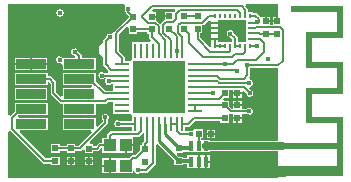
<source format=gtl>
G04 ================== begin FILE IDENTIFICATION RECORD ==================*
G04 Layout Name:  ETDS_PCB_AN_V1_2.brd*
G04 Film Name:    TOP*
G04 File Format:  Gerber RS274X*
G04 File Origin:  Cadence Allegro 16.6-S034*
G04 Origin Date:  Mon Mar 16 22:09:46 2015*
G04 *
G04 Layer:  VIA CLASS/TOP*
G04 Layer:  PIN/TOP*
G04 Layer:  ETCH/TOP*
G04 *
G04 Offset:    (0.00 0.00)*
G04 Mirror:    No*
G04 Mode:      Positive*
G04 Rotation:  0*
G04 FullContactRelief:  No*
G04 UndefLineWidth:     5.00*
G04 ================== end FILE IDENTIFICATION RECORD ====================*
%FSLAX25Y25*MOIN*%
%IR0*IPPOS*OFA0.00000B0.00000*MIA0B0*SFA1.00000B1.00000*%
%ADD11R,.1X.032*%
%ADD10C,.016*%
%ADD22R,.02X.02*%
%ADD16R,.01X.05*%
%ADD14R,.05X.01*%
%ADD13R,.04X.04*%
%ADD17R,.016X.032*%
%ADD21R,.035X.035*%
%ADD12R,.019X.019*%
%ADD18R,.019X.019*%
%ADD19R,.01102X.01575*%
%ADD20R,.01575X.01102*%
%ADD15R,.17323X.17323*%
%ADD23C,.01*%
%ADD24C,.012*%
%ADD25C,.025*%
%ADD26C,.035*%
%ADD27C,.005*%
%ADD28C,.008*%
%ADD29R,.11004X.04204*%
%ADD31C,.02604*%
%ADD30R,.02904X.02904*%
G75*
%LPD*%
G75*
G36*
G01X749851Y1654901D02*
Y1670235D01*
G02X750534Y1670518I400J0D01*
G01X761454Y1659598D01*
X764048D01*
Y1659048D01*
X766952D01*
Y1661952D01*
X764048D01*
Y1661402D01*
X762200D01*
X753586Y1670016D01*
G02X753869Y1670698I283J282D01*
G01X762902D01*
Y1674902D01*
X753342D01*
G02X753059Y1675584I0J400D01*
G01X753173Y1675698D01*
X762902D01*
Y1679902D01*
X751898D01*
Y1676973D01*
X750534Y1675609D01*
G02X749851Y1675892I-283J283D01*
G01Y1712699D01*
X788525D01*
G02X788827Y1712038I-1J-400D01*
G03X788912Y1710248I986J-850D01*
G01Y1709814D01*
X789948Y1708777D01*
Y1708423D01*
X784898Y1703373D01*
Y1703303D01*
G02X784311Y1702950I-400J0D01*
G03X782399Y1701849I-611J-1150D01*
G01X782396Y1701771D01*
X781384Y1700758D01*
Y1700108D01*
X780202Y1698927D01*
Y1696429D01*
X781384Y1695248D01*
Y1692398D01*
X783260Y1690521D01*
G02X782977Y1689838I-283J-283D01*
G01X781939D01*
G03X781885Y1687982I-939J-901D01*
G01X781943Y1688036D01*
X782242D01*
Y1687772D01*
X782205Y1687720D01*
G03X784207Y1686066I1063J-752D01*
G01X784848D01*
Y1683934D01*
X781941D01*
X778902Y1686973D01*
Y1689902D01*
X767898D01*
Y1685698D01*
X777627D01*
X777741Y1685584D01*
G02X777458Y1684902I-283J-282D01*
G01X767898D01*
Y1682142D01*
G02X767216Y1681859I-400J0D01*
G01X765702Y1683373D01*
Y1686973D01*
X763973Y1688702D01*
X762902D01*
Y1689902D01*
X751898D01*
Y1685698D01*
X762902D01*
Y1686898D01*
X763227D01*
X763898Y1686227D01*
Y1682627D01*
X767127Y1679398D01*
X767898D01*
Y1675698D01*
X778902D01*
Y1679398D01*
X782374D01*
X783137Y1680162D01*
X784848D01*
Y1676124D01*
X790837D01*
Y1675837D01*
X791124D01*
Y1673752D01*
X787189D01*
G03Y1671948I-939J-902D01*
G01X791124D01*
Y1670352D01*
X783877D01*
X782798Y1669273D01*
Y1668202D01*
X781198D01*
Y1666602D01*
X780127D01*
X779027Y1665502D01*
X778152D01*
Y1666052D01*
X777219D01*
G02X776936Y1666734I0J400D01*
G01X783102Y1672900D01*
Y1674034D01*
G03X781245Y1674088I-902J939D01*
G01X781298Y1674030D01*
Y1673646D01*
X779584Y1671932D01*
G02X778902Y1672215I-282J283D01*
G01Y1674902D01*
X767898D01*
Y1670698D01*
X777385D01*
G02X777668Y1670016I0J-400D01*
G01X773254Y1665602D01*
X772152D01*
Y1666152D01*
X769248D01*
Y1665602D01*
X766952D01*
Y1666152D01*
X764048D01*
Y1663248D01*
X766952D01*
Y1663798D01*
X769248D01*
Y1663248D01*
X772152D01*
Y1663798D01*
X774000D01*
X774566Y1664364D01*
G02X775248Y1664081I282J-283D01*
G01Y1663148D01*
X778152D01*
Y1663698D01*
X779773D01*
X780873Y1664798D01*
X781198D01*
Y1663198D01*
X791402D01*
Y1668548D01*
X793372D01*
X794672Y1669848D01*
X795162D01*
Y1667286D01*
X794398Y1666523D01*
Y1665752D01*
X793848D01*
Y1664123D01*
X792164Y1662438D01*
X791164D01*
X790127Y1661402D01*
X781198D01*
Y1656398D01*
X791402D01*
Y1657051D01*
X791738D01*
X791788Y1656924D01*
G03X793939Y1656498I1212J476D01*
G01X796146D01*
X798934Y1659286D01*
Y1665785D01*
G02X799616Y1666067I400J-1D01*
G01X805148Y1660535D01*
Y1659048D01*
X808052D01*
Y1659398D01*
X809348D01*
Y1658148D01*
X817152D01*
Y1662352D01*
X809348D01*
Y1661602D01*
X808052D01*
Y1661952D01*
X806565D01*
X805951Y1662566D01*
G02X806233Y1663248I283J282D01*
G01X808052D01*
Y1663598D01*
X809348D01*
Y1663348D01*
X817152D01*
Y1663698D01*
X837575D01*
X837625Y1663648D01*
X839600D01*
Y1659402D01*
X839598D01*
Y1654901D01*
X749851D01*
G37*
G36*
G01X788752Y1693876D02*
Y1695122D01*
X786702Y1697172D01*
Y1702627D01*
X789266Y1705191D01*
G02X789948Y1704908I282J-283D01*
G01Y1702948D01*
X792852D01*
Y1703498D01*
X796148D01*
Y1702948D01*
X796698D01*
Y1701482D01*
X797345Y1700835D01*
G02X797062Y1700152I-283J-283D01*
G01X791124D01*
Y1694163D01*
X790837D01*
Y1693876D01*
X788752D01*
G37*
G36*
G01X800513Y1706061D02*
X799172Y1707402D01*
X799052D01*
Y1710052D01*
X798119D01*
G02X797836Y1710734I0J400D01*
G01X798200Y1711098D01*
X805319D01*
G02X805602Y1710416I0J-400D01*
G01X805193Y1710007D01*
G02X804852Y1710148I-141J141D01*
G01Y1710152D01*
X801948D01*
Y1707496D01*
X800513Y1706061D01*
G37*
G36*
G01X839075Y1667152D02*
X839025Y1667202D01*
X817152D01*
Y1667552D01*
X814002D01*
Y1668098D01*
X814702D01*
Y1671002D01*
X811798D01*
Y1670952D01*
G02X811234Y1670587I-400J0D01*
G03X809761Y1670302I-534J-1187D01*
G01X808876D01*
Y1671948D01*
X810147D01*
X811951Y1673752D01*
X819777D01*
X819824Y1673798D01*
X820548D01*
Y1673248D01*
X823452D01*
Y1676098D01*
X824748D01*
Y1673248D01*
X827652D01*
Y1676098D01*
X829261D01*
G03Y1677902I939J902D01*
G01X827652D01*
Y1680452D01*
X824748D01*
Y1677902D01*
X824373D01*
X823451Y1678823D01*
Y1680452D01*
X821692D01*
G02X821409Y1681134I0J400D01*
G01X821823Y1681548D01*
X823452D01*
Y1684098D01*
X824748D01*
Y1681548D01*
X827652D01*
Y1683408D01*
G02X828334Y1683691I400J0D01*
G01X828996Y1683029D01*
X828999Y1682951D01*
G03X830349Y1684301I1301J49D01*
G01X830271Y1684304D01*
X830131Y1684444D01*
G02X830340Y1685120I283J283D01*
G03Y1687680I-240J1280D01*
G02X830131Y1688356I74J393D01*
G01X830402Y1688626D01*
Y1691361D01*
G03X830439Y1691398I-902J939D01*
G01X839600D01*
Y1667152D01*
X839075D01*
G37*
G36*
G01X817522Y1698719D02*
G02X816839Y1698436I-400J0D01*
G01X813802Y1701473D01*
Y1703048D01*
X814352D01*
Y1705698D01*
X814918D01*
X816603Y1707383D01*
G02X817286Y1707100I283J-283D01*
G01Y1700208D01*
X817522D01*
Y1698719D01*
G37*
G36*
G01X837052Y1705902D02*
Y1708552D01*
X834148D01*
Y1708530D01*
X833902Y1708428D01*
X832549Y1709780D01*
X831478D01*
Y1710168D01*
X829634D01*
Y1711239D01*
X828857Y1712016D01*
G02X829140Y1712699I283J283D01*
G01X839600D01*
Y1708552D01*
X837948D01*
Y1705902D01*
X837052D01*
G37*
G36*
G01X819864Y1700010D02*
Y1707590D01*
X829136D01*
Y1700010D01*
X826248D01*
Y1701727D01*
X825104Y1702871D01*
X825101Y1702949D01*
G03X823751Y1701599I-1301J-49D01*
G01X823829Y1701596D01*
X824444Y1700981D01*
Y1700010D01*
X819864D01*
G37*
G36*
G01X843900Y1712100D02*
Y1710100D01*
X859400D01*
Y1703400D01*
X849000D01*
Y1691600D01*
X859400D01*
Y1684900D01*
X849000D01*
Y1673100D01*
X859400D01*
Y1666400D01*
X840100D01*
Y1664400D01*
X859400D01*
Y1658900D01*
X840100D01*
Y1655400D01*
X861400D01*
Y1675100D01*
X851000D01*
Y1682900D01*
X861400D01*
Y1693600D01*
X851000D01*
Y1701500D01*
X861400D01*
Y1712100D01*
X843900D01*
G37*
%LPC*%
G75*
G36*
G01X772182Y1695243D02*
X771929Y1695496D01*
X771851Y1695499D01*
G02X773201Y1696849I49J1301D01*
G01X773204Y1696771D01*
X774302Y1695673D01*
Y1694902D01*
X778902D01*
Y1690698D01*
X767898D01*
Y1692560D01*
G03X767366Y1692938I-400J1D01*
G02X768008Y1694902I-432J1228D01*
G01X772041D01*
G03X772182Y1695243I0J200D01*
G37*
G54D29*
X757400Y1682800D03*
Y1692800D03*
G54D31*
X767027Y1709627D03*
G54D30*
X770700Y1660500D03*
X776700Y1660400D03*
X817450Y1669550D03*
%LPD*%
G75*
G54D10*
X751900Y1664600D03*
X753000Y1701000D03*
Y1705400D03*
Y1709600D03*
X757400Y1672800D03*
X766934Y1694166D03*
X757400Y1692800D03*
X767027Y1709627D03*
X764468Y1700932D03*
X786250Y1672850D03*
X782200Y1674973D03*
X771900Y1696800D03*
X781000Y1688937D03*
X783268Y1686968D03*
X787100Y1709600D03*
X783700Y1701800D03*
X793000Y1657400D03*
X795300Y1660100D03*
X800000Y1685000D03*
X789813Y1711187D03*
X797600Y1708600D03*
X788100Y1699400D03*
X809000Y1657000D03*
X816800D03*
X810700Y1669400D03*
X818068Y1683032D03*
X805906Y1697150D03*
X808400Y1708700D03*
X829200Y1657400D03*
X830200Y1677000D03*
X829600Y1671600D03*
X830300Y1683000D03*
X832679Y1698721D03*
X826200Y1690300D03*
X822174Y1692874D03*
X830100Y1686400D03*
X829500Y1692300D03*
X823800Y1702900D03*
X824100Y1705800D03*
X832710Y1706848D03*
X836300Y1694300D03*
X839400Y1702900D03*
X835600D03*
Y1707100D03*
G54D20*
X830425Y1701261D03*
Y1702954D03*
Y1704646D03*
Y1706339D03*
X818575D03*
Y1704646D03*
Y1702954D03*
Y1701261D03*
G54D11*
X757400Y1672800D03*
Y1677800D03*
Y1682800D03*
Y1687800D03*
Y1692800D03*
X773400Y1672800D03*
Y1677800D03*
Y1682800D03*
Y1687800D03*
Y1692800D03*
G54D12*
X765500Y1664700D03*
Y1660500D03*
X770700D03*
Y1664700D03*
X776700Y1660400D03*
Y1664600D03*
X795300Y1660100D03*
Y1664300D03*
X797600Y1704400D03*
Y1708600D03*
X791400D03*
Y1704400D03*
X806600Y1664700D03*
Y1660500D03*
X803400Y1708700D03*
Y1704500D03*
X812900D03*
Y1708700D03*
X808400D03*
Y1704500D03*
X839400Y1707100D03*
Y1702900D03*
X835600Y1707100D03*
Y1702900D03*
G54D21*
X841850Y1657150D03*
G54D13*
X783700Y1658900D03*
Y1665700D03*
X788900D03*
Y1658900D03*
G54D22*
X841100Y1665400D03*
G54D23*
G01X800000Y1672850D02*
Y1667100D01*
X806600Y1660500D01*
G01X801968Y1672850D02*
Y1669332D01*
X806600Y1664700D01*
G54D14*
X787850Y1677126D03*
Y1679094D03*
Y1681063D03*
Y1683032D03*
Y1685000D03*
Y1686968D03*
Y1688937D03*
Y1690906D03*
Y1692874D03*
X812150Y1681063D03*
Y1679094D03*
Y1677126D03*
Y1692874D03*
Y1690906D03*
Y1688937D03*
Y1686968D03*
Y1685000D03*
Y1683032D03*
G54D24*
G01X806600Y1660500D02*
X810400D01*
X810650Y1660250D01*
G01X806600Y1664700D02*
X809900D01*
X810650Y1665450D01*
G54D15*
X800000Y1685000D03*
G54D25*
G01X815850Y1665450D02*
X838300D01*
X838350Y1665400D01*
X841100D01*
G54D16*
X801968Y1672850D03*
X800000D03*
X798032D03*
X796063D03*
X794094D03*
X792126D03*
Y1697150D03*
X794094D03*
X796063D03*
X798032D03*
X800000D03*
X801968D03*
X807874Y1672850D03*
X805906D03*
X803937D03*
Y1697150D03*
X805906D03*
X807874D03*
G54D26*
G01X841850Y1657150D02*
X838650D01*
G54D17*
X815850Y1660250D03*
X813250D03*
X810650D03*
Y1665450D03*
X813250D03*
X815850D03*
G54D27*
G01X751698Y1692800D02*
X757400D01*
G01X769048Y1660500D02*
X770700D01*
G01X757400Y1690498D02*
Y1692800D01*
G01D02*
Y1695102D01*
G01Y1692800D02*
X763102D01*
G01X776700Y1658748D02*
Y1660400D01*
G01D02*
Y1662052D01*
G01X775048Y1660400D02*
X776700D01*
G01D02*
X778352D01*
G01X770700Y1658848D02*
Y1660500D01*
G01D02*
Y1662152D01*
G01Y1660500D02*
X772352D01*
G01X783700Y1656198D02*
Y1658900D01*
G01D02*
Y1661602D01*
G01X780998Y1658900D02*
X783700D01*
G01X788900Y1662998D02*
Y1665700D01*
G01D02*
X791602D01*
G01X803400Y1708700D02*
X799400D01*
G01X799300Y1708600D02*
X797600D01*
G01X799400Y1708700D02*
X799300Y1708600D01*
G01X815850Y1657948D02*
Y1660250D01*
G01D02*
Y1662552D01*
G01Y1660250D02*
X817352D01*
G01X813250Y1657948D02*
Y1660250D01*
G01D02*
Y1662552D01*
G01Y1669550D02*
Y1665450D01*
G01X817450Y1667898D02*
Y1669550D01*
G01D02*
Y1671202D01*
G01X815798Y1669550D02*
X817450D01*
G01D02*
X819102D01*
G01X808400Y1708700D02*
X812900D01*
G01X817085Y1701261D02*
X818575D01*
G01X817085Y1702954D02*
X818575D01*
G01X817085Y1704646D02*
X818575D01*
G01X817085Y1706339D02*
X818575D01*
G01X826200Y1681348D02*
Y1683000D01*
G01Y1673048D02*
Y1674700D01*
G01X824548D02*
X826200D01*
G01D02*
X827852D01*
G01X826200Y1679000D02*
Y1680652D01*
G01X824548Y1679000D02*
X826200D01*
G01D02*
X827852D01*
G01X824548Y1683000D02*
X826200D01*
G01D02*
X827852D01*
G01X818575Y1698721D02*
X820268D01*
G01D02*
X821961D01*
G01X818575D02*
Y1701261D01*
G01D02*
X820065D01*
G01X818575Y1702954D02*
X820065D01*
G01X818575Y1704646D02*
X820065D01*
G01X818575Y1706339D02*
X820065D01*
G01X835600Y1707100D02*
Y1708752D01*
G01Y1707100D02*
X837252D01*
G01X839400D02*
Y1708752D01*
G01X837748Y1707100D02*
X839400D01*
G54D18*
X817450Y1669550D03*
X813250D03*
X826200Y1674700D03*
X822000D03*
X826200Y1683000D03*
X822000D03*
X826200Y1679000D03*
X822000D03*
G54D28*
G01X757400Y1677800D02*
X754000D01*
X751100Y1674900D01*
Y1671227D01*
X761827Y1660500D01*
X765500D01*
G01Y1664700D02*
X770700D01*
G01X757400Y1687800D02*
X763600D01*
X764800Y1686600D01*
Y1683000D01*
X767500Y1680300D01*
X782001D01*
X782764Y1681063D01*
X787850D01*
G01X782200Y1674973D02*
Y1673273D01*
X773627Y1664700D01*
X770700D01*
G01X776700Y1664600D02*
X779400D01*
X780500Y1665700D01*
X783700D01*
G01D02*
Y1668900D01*
X784250Y1669450D01*
X792999D01*
X794094Y1670545D01*
Y1672850D01*
G01X792126D02*
X786250D01*
G01X773400Y1692800D02*
Y1695300D01*
X771900Y1696800D01*
G01X791400Y1708600D02*
X785800Y1703000D01*
Y1696799D01*
X787850Y1694749D01*
Y1692874D01*
G01X781000Y1688937D02*
X787850D01*
G01Y1686968D02*
X783268D01*
G01X787850Y1683032D02*
X781568D01*
X776800Y1687800D01*
X773400D01*
G01X783700Y1701800D02*
X782285Y1700385D01*
Y1692771D01*
X784150Y1690906D01*
X787850D01*
G01X798032Y1672850D02*
Y1659659D01*
X795773Y1657400D01*
X793000D01*
G01X796063Y1672850D02*
Y1666913D01*
X795300Y1666150D01*
Y1664300D01*
G01X788900Y1658900D02*
X791537Y1661537D01*
X792537D01*
X795300Y1664300D01*
G01X797600Y1704400D02*
Y1701855D01*
X800000Y1699455D01*
Y1697150D01*
G01X828732Y1708879D02*
Y1710866D01*
X827598Y1712000D01*
X797827D01*
X794500Y1708673D01*
Y1708527D01*
X796527Y1706500D01*
X798799D01*
X799900Y1705399D01*
Y1702988D01*
X801968Y1700920D01*
Y1697150D01*
G01X791400Y1708600D02*
X789813Y1710187D01*
Y1711187D01*
G01X791400Y1704400D02*
X797600D01*
G01X827039Y1708879D02*
Y1709798D01*
X826137Y1710700D01*
X807161D01*
X805800Y1709339D01*
Y1707777D01*
X804723Y1706700D01*
X802427D01*
X801550Y1705823D01*
Y1703177D01*
X803937Y1700790D01*
Y1697150D01*
G01Y1672850D02*
X805906D01*
G01D02*
Y1670545D01*
X807051Y1669400D01*
X810700D01*
G01X812150Y1679094D02*
X814150D01*
X814244Y1679000D01*
X822000D01*
G01X812150Y1677126D02*
Y1679094D01*
G01X807874Y1672850D02*
X809774D01*
X811624Y1674700D01*
X822000D01*
G01X812150Y1681063D02*
X820063D01*
X822000Y1683000D01*
G01X805906Y1697150D02*
Y1701982D01*
X803400Y1704488D01*
Y1704500D01*
G01X826200Y1690300D02*
X825594Y1690906D01*
X812150D01*
G01Y1692874D02*
X822174D01*
G01X830100Y1686400D02*
X820200D01*
X819632Y1686968D01*
X812150D01*
G01Y1688937D02*
X819502D01*
X820539Y1687900D01*
X828401D01*
X829500Y1688999D01*
Y1692300D01*
G01X830300Y1683000D02*
X828300Y1685000D01*
X812150D01*
G01Y1683032D02*
X818068D01*
G01X823654Y1698721D02*
Y1697034D01*
X823554Y1696934D01*
X817066D01*
X812900Y1701100D01*
Y1704500D01*
G01X828732Y1698721D02*
Y1696734D01*
X828198Y1696200D01*
X825399D01*
X824299Y1695100D01*
X814800D01*
X809987Y1699913D01*
Y1702913D01*
X808400Y1704500D01*
G01X818575Y1708879D02*
X816824D01*
X814545Y1706600D01*
X807327D01*
X806550Y1705823D01*
Y1703177D01*
X807874Y1701853D01*
Y1697150D01*
G01X822000Y1679000D02*
X824000Y1677000D01*
X830200D01*
G01X822174Y1692874D02*
X824724D01*
X825950Y1694100D01*
X832500D01*
X835200Y1696800D01*
Y1699900D01*
X833839Y1701261D01*
X830425D01*
G01Y1704646D02*
X832113D01*
X832467Y1705000D01*
X840473D01*
X841250Y1704223D01*
Y1693950D01*
X839600Y1692300D01*
X829500D01*
G01X825346Y1698721D02*
X827039D01*
G01X830425Y1702954D02*
X833696D01*
X833750Y1702900D01*
X835600D01*
G01X825346Y1698721D02*
Y1701354D01*
X823800Y1702900D01*
G01X830425Y1698721D02*
X832679D01*
G01X832739Y1706848D02*
X833300D01*
Y1707755D01*
X832176Y1708879D01*
X830425D01*
G01X832739Y1706848D02*
X832710D01*
G01X832739D02*
Y1706339D01*
X830425D01*
G01X835600Y1702900D02*
X839400D01*
G54D19*
X818575Y1698721D03*
X820268D03*
X821961D03*
X823654D03*
X825346D03*
X827039D03*
X828732D03*
X830425D03*
Y1708879D03*
X828732D03*
X827039D03*
X825346D03*
X823654D03*
X821961D03*
X820268D03*
X818575D03*
M02*

</source>
